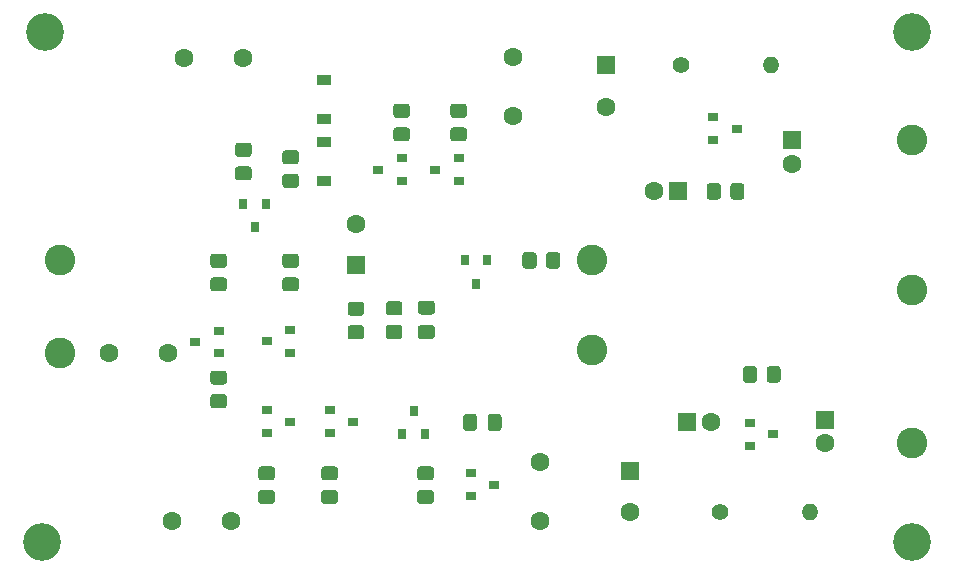
<source format=gbr>
G04 #@! TF.GenerationSoftware,KiCad,Pcbnew,(5.1.7-0-10_14)*
G04 #@! TF.CreationDate,2020-10-25T16:19:11+01:00*
G04 #@! TF.ProjectId,pre-amp-discret,7072652d-616d-4702-9d64-697363726574,rev?*
G04 #@! TF.SameCoordinates,Original*
G04 #@! TF.FileFunction,Soldermask,Top*
G04 #@! TF.FilePolarity,Negative*
%FSLAX46Y46*%
G04 Gerber Fmt 4.6, Leading zero omitted, Abs format (unit mm)*
G04 Created by KiCad (PCBNEW (5.1.7-0-10_14)) date 2020-10-25 16:19:11*
%MOMM*%
%LPD*%
G01*
G04 APERTURE LIST*
%ADD10R,0.800000X0.900000*%
%ADD11C,1.600000*%
%ADD12R,0.900000X0.800000*%
%ADD13O,1.400000X1.400000*%
%ADD14C,1.400000*%
%ADD15C,2.600000*%
%ADD16C,3.200000*%
%ADD17R,1.200000X0.900000*%
%ADD18R,1.600000X1.600000*%
G04 APERTURE END LIST*
D10*
X162748000Y-121634000D03*
X161798000Y-119634000D03*
X163698000Y-119634000D03*
D11*
X136986000Y-141732000D03*
X141986000Y-141732000D03*
X143002000Y-102489000D03*
X138002000Y-102489000D03*
X168148000Y-136732000D03*
X168148000Y-141732000D03*
X165862000Y-102442000D03*
X165862000Y-107442000D03*
G36*
G01*
X142615499Y-111668000D02*
X143515501Y-111668000D01*
G75*
G02*
X143765500Y-111917999I0J-249999D01*
G01*
X143765500Y-112618001D01*
G75*
G02*
X143515501Y-112868000I-249999J0D01*
G01*
X142615499Y-112868000D01*
G75*
G02*
X142365500Y-112618001I0J249999D01*
G01*
X142365500Y-111917999D01*
G75*
G02*
X142615499Y-111668000I249999J0D01*
G01*
G37*
G36*
G01*
X142615499Y-109668000D02*
X143515501Y-109668000D01*
G75*
G02*
X143765500Y-109917999I0J-249999D01*
G01*
X143765500Y-110618001D01*
G75*
G02*
X143515501Y-110868000I-249999J0D01*
G01*
X142615499Y-110868000D01*
G75*
G02*
X142365500Y-110618001I0J249999D01*
G01*
X142365500Y-109917999D01*
G75*
G02*
X142615499Y-109668000I249999J0D01*
G01*
G37*
G36*
G01*
X162850500Y-132875000D02*
X162850500Y-133825000D01*
G75*
G02*
X162600500Y-134075000I-250000J0D01*
G01*
X161925500Y-134075000D01*
G75*
G02*
X161675500Y-133825000I0J250000D01*
G01*
X161675500Y-132875000D01*
G75*
G02*
X161925500Y-132625000I250000J0D01*
G01*
X162600500Y-132625000D01*
G75*
G02*
X162850500Y-132875000I0J-250000D01*
G01*
G37*
G36*
G01*
X164925500Y-132875000D02*
X164925500Y-133825000D01*
G75*
G02*
X164675500Y-134075000I-250000J0D01*
G01*
X164000500Y-134075000D01*
G75*
G02*
X163750500Y-133825000I0J250000D01*
G01*
X163750500Y-132875000D01*
G75*
G02*
X164000500Y-132625000I250000J0D01*
G01*
X164675500Y-132625000D01*
G75*
G02*
X164925500Y-132875000I0J-250000D01*
G01*
G37*
G36*
G01*
X158084500Y-125122000D02*
X159034500Y-125122000D01*
G75*
G02*
X159284500Y-125372000I0J-250000D01*
G01*
X159284500Y-126047000D01*
G75*
G02*
X159034500Y-126297000I-250000J0D01*
G01*
X158084500Y-126297000D01*
G75*
G02*
X157834500Y-126047000I0J250000D01*
G01*
X157834500Y-125372000D01*
G75*
G02*
X158084500Y-125122000I250000J0D01*
G01*
G37*
G36*
G01*
X158084500Y-123047000D02*
X159034500Y-123047000D01*
G75*
G02*
X159284500Y-123297000I0J-250000D01*
G01*
X159284500Y-123972000D01*
G75*
G02*
X159034500Y-124222000I-250000J0D01*
G01*
X158084500Y-124222000D01*
G75*
G02*
X157834500Y-123972000I0J250000D01*
G01*
X157834500Y-123297000D01*
G75*
G02*
X158084500Y-123047000I250000J0D01*
G01*
G37*
D12*
X156464000Y-112898000D03*
X156464000Y-110998000D03*
X154464000Y-111948000D03*
G36*
G01*
X140519999Y-130956000D02*
X141420001Y-130956000D01*
G75*
G02*
X141670000Y-131205999I0J-249999D01*
G01*
X141670000Y-131906001D01*
G75*
G02*
X141420001Y-132156000I-249999J0D01*
G01*
X140519999Y-132156000D01*
G75*
G02*
X140270000Y-131906001I0J249999D01*
G01*
X140270000Y-131205999D01*
G75*
G02*
X140519999Y-130956000I249999J0D01*
G01*
G37*
G36*
G01*
X140519999Y-128956000D02*
X141420001Y-128956000D01*
G75*
G02*
X141670000Y-129205999I0J-249999D01*
G01*
X141670000Y-129906001D01*
G75*
G02*
X141420001Y-130156000I-249999J0D01*
G01*
X140519999Y-130156000D01*
G75*
G02*
X140270000Y-129906001I0J249999D01*
G01*
X140270000Y-129205999D01*
G75*
G02*
X140519999Y-128956000I249999J0D01*
G01*
G37*
D13*
X191008000Y-140970000D03*
D14*
X183388000Y-140970000D03*
G36*
G01*
X187360000Y-129736001D02*
X187360000Y-128835999D01*
G75*
G02*
X187609999Y-128586000I249999J0D01*
G01*
X188310001Y-128586000D01*
G75*
G02*
X188560000Y-128835999I0J-249999D01*
G01*
X188560000Y-129736001D01*
G75*
G02*
X188310001Y-129986000I-249999J0D01*
G01*
X187609999Y-129986000D01*
G75*
G02*
X187360000Y-129736001I0J249999D01*
G01*
G37*
G36*
G01*
X185360000Y-129736001D02*
X185360000Y-128835999D01*
G75*
G02*
X185609999Y-128586000I249999J0D01*
G01*
X186310001Y-128586000D01*
G75*
G02*
X186560000Y-128835999I0J-249999D01*
G01*
X186560000Y-129736001D01*
G75*
G02*
X186310001Y-129986000I-249999J0D01*
G01*
X185609999Y-129986000D01*
G75*
G02*
X185360000Y-129736001I0J249999D01*
G01*
G37*
D13*
X187706000Y-103124000D03*
D14*
X180086000Y-103124000D03*
G36*
G01*
X184296000Y-114242001D02*
X184296000Y-113341999D01*
G75*
G02*
X184545999Y-113092000I249999J0D01*
G01*
X185246001Y-113092000D01*
G75*
G02*
X185496000Y-113341999I0J-249999D01*
G01*
X185496000Y-114242001D01*
G75*
G02*
X185246001Y-114492000I-249999J0D01*
G01*
X184545999Y-114492000D01*
G75*
G02*
X184296000Y-114242001I0J249999D01*
G01*
G37*
G36*
G01*
X182296000Y-114242001D02*
X182296000Y-113341999D01*
G75*
G02*
X182545999Y-113092000I249999J0D01*
G01*
X183246001Y-113092000D01*
G75*
G02*
X183496000Y-113341999I0J-249999D01*
G01*
X183496000Y-114242001D01*
G75*
G02*
X183246001Y-114492000I-249999J0D01*
G01*
X182545999Y-114492000D01*
G75*
G02*
X182296000Y-114242001I0J249999D01*
G01*
G37*
G36*
G01*
X167891000Y-119183999D02*
X167891000Y-120084001D01*
G75*
G02*
X167641001Y-120334000I-249999J0D01*
G01*
X166940999Y-120334000D01*
G75*
G02*
X166691000Y-120084001I0J249999D01*
G01*
X166691000Y-119183999D01*
G75*
G02*
X166940999Y-118934000I249999J0D01*
G01*
X167641001Y-118934000D01*
G75*
G02*
X167891000Y-119183999I0J-249999D01*
G01*
G37*
G36*
G01*
X169891000Y-119183999D02*
X169891000Y-120084001D01*
G75*
G02*
X169641001Y-120334000I-249999J0D01*
G01*
X168940999Y-120334000D01*
G75*
G02*
X168691000Y-120084001I0J249999D01*
G01*
X168691000Y-119183999D01*
G75*
G02*
X168940999Y-118934000I249999J0D01*
G01*
X169641001Y-118934000D01*
G75*
G02*
X169891000Y-119183999I0J-249999D01*
G01*
G37*
G36*
G01*
X156013999Y-108366000D02*
X156914001Y-108366000D01*
G75*
G02*
X157164000Y-108615999I0J-249999D01*
G01*
X157164000Y-109316001D01*
G75*
G02*
X156914001Y-109566000I-249999J0D01*
G01*
X156013999Y-109566000D01*
G75*
G02*
X155764000Y-109316001I0J249999D01*
G01*
X155764000Y-108615999D01*
G75*
G02*
X156013999Y-108366000I249999J0D01*
G01*
G37*
G36*
G01*
X156013999Y-106366000D02*
X156914001Y-106366000D01*
G75*
G02*
X157164000Y-106615999I0J-249999D01*
G01*
X157164000Y-107316001D01*
G75*
G02*
X156914001Y-107566000I-249999J0D01*
G01*
X156013999Y-107566000D01*
G75*
G02*
X155764000Y-107316001I0J249999D01*
G01*
X155764000Y-106615999D01*
G75*
G02*
X156013999Y-106366000I249999J0D01*
G01*
G37*
G36*
G01*
X160839999Y-108366000D02*
X161740001Y-108366000D01*
G75*
G02*
X161990000Y-108615999I0J-249999D01*
G01*
X161990000Y-109316001D01*
G75*
G02*
X161740001Y-109566000I-249999J0D01*
G01*
X160839999Y-109566000D01*
G75*
G02*
X160590000Y-109316001I0J249999D01*
G01*
X160590000Y-108615999D01*
G75*
G02*
X160839999Y-108366000I249999J0D01*
G01*
G37*
G36*
G01*
X160839999Y-106366000D02*
X161740001Y-106366000D01*
G75*
G02*
X161990000Y-106615999I0J-249999D01*
G01*
X161990000Y-107316001D01*
G75*
G02*
X161740001Y-107566000I-249999J0D01*
G01*
X160839999Y-107566000D01*
G75*
G02*
X160590000Y-107316001I0J249999D01*
G01*
X160590000Y-106615999D01*
G75*
G02*
X160839999Y-106366000I249999J0D01*
G01*
G37*
G36*
G01*
X158045999Y-139068000D02*
X158946001Y-139068000D01*
G75*
G02*
X159196000Y-139317999I0J-249999D01*
G01*
X159196000Y-140018001D01*
G75*
G02*
X158946001Y-140268000I-249999J0D01*
G01*
X158045999Y-140268000D01*
G75*
G02*
X157796000Y-140018001I0J249999D01*
G01*
X157796000Y-139317999D01*
G75*
G02*
X158045999Y-139068000I249999J0D01*
G01*
G37*
G36*
G01*
X158045999Y-137068000D02*
X158946001Y-137068000D01*
G75*
G02*
X159196000Y-137317999I0J-249999D01*
G01*
X159196000Y-138018001D01*
G75*
G02*
X158946001Y-138268000I-249999J0D01*
G01*
X158045999Y-138268000D01*
G75*
G02*
X157796000Y-138018001I0J249999D01*
G01*
X157796000Y-137317999D01*
G75*
G02*
X158045999Y-137068000I249999J0D01*
G01*
G37*
G36*
G01*
X155378999Y-125098000D02*
X156279001Y-125098000D01*
G75*
G02*
X156529000Y-125347999I0J-249999D01*
G01*
X156529000Y-126048001D01*
G75*
G02*
X156279001Y-126298000I-249999J0D01*
G01*
X155378999Y-126298000D01*
G75*
G02*
X155129000Y-126048001I0J249999D01*
G01*
X155129000Y-125347999D01*
G75*
G02*
X155378999Y-125098000I249999J0D01*
G01*
G37*
G36*
G01*
X155378999Y-123098000D02*
X156279001Y-123098000D01*
G75*
G02*
X156529000Y-123347999I0J-249999D01*
G01*
X156529000Y-124048001D01*
G75*
G02*
X156279001Y-124298000I-249999J0D01*
G01*
X155378999Y-124298000D01*
G75*
G02*
X155129000Y-124048001I0J249999D01*
G01*
X155129000Y-123347999D01*
G75*
G02*
X155378999Y-123098000I249999J0D01*
G01*
G37*
G36*
G01*
X153040501Y-124330000D02*
X152140499Y-124330000D01*
G75*
G02*
X151890500Y-124080001I0J249999D01*
G01*
X151890500Y-123379999D01*
G75*
G02*
X152140499Y-123130000I249999J0D01*
G01*
X153040501Y-123130000D01*
G75*
G02*
X153290500Y-123379999I0J-249999D01*
G01*
X153290500Y-124080001D01*
G75*
G02*
X153040501Y-124330000I-249999J0D01*
G01*
G37*
G36*
G01*
X153040501Y-126330000D02*
X152140499Y-126330000D01*
G75*
G02*
X151890500Y-126080001I0J249999D01*
G01*
X151890500Y-125379999D01*
G75*
G02*
X152140499Y-125130000I249999J0D01*
G01*
X153040501Y-125130000D01*
G75*
G02*
X153290500Y-125379999I0J-249999D01*
G01*
X153290500Y-126080001D01*
G75*
G02*
X153040501Y-126330000I-249999J0D01*
G01*
G37*
G36*
G01*
X147516001Y-111503000D02*
X146615999Y-111503000D01*
G75*
G02*
X146366000Y-111253001I0J249999D01*
G01*
X146366000Y-110552999D01*
G75*
G02*
X146615999Y-110303000I249999J0D01*
G01*
X147516001Y-110303000D01*
G75*
G02*
X147766000Y-110552999I0J-249999D01*
G01*
X147766000Y-111253001D01*
G75*
G02*
X147516001Y-111503000I-249999J0D01*
G01*
G37*
G36*
G01*
X147516001Y-113503000D02*
X146615999Y-113503000D01*
G75*
G02*
X146366000Y-113253001I0J249999D01*
G01*
X146366000Y-112552999D01*
G75*
G02*
X146615999Y-112303000I249999J0D01*
G01*
X147516001Y-112303000D01*
G75*
G02*
X147766000Y-112552999I0J-249999D01*
G01*
X147766000Y-113253001D01*
G75*
G02*
X147516001Y-113503000I-249999J0D01*
G01*
G37*
G36*
G01*
X149917999Y-139068000D02*
X150818001Y-139068000D01*
G75*
G02*
X151068000Y-139317999I0J-249999D01*
G01*
X151068000Y-140018001D01*
G75*
G02*
X150818001Y-140268000I-249999J0D01*
G01*
X149917999Y-140268000D01*
G75*
G02*
X149668000Y-140018001I0J249999D01*
G01*
X149668000Y-139317999D01*
G75*
G02*
X149917999Y-139068000I249999J0D01*
G01*
G37*
G36*
G01*
X149917999Y-137068000D02*
X150818001Y-137068000D01*
G75*
G02*
X151068000Y-137317999I0J-249999D01*
G01*
X151068000Y-138018001D01*
G75*
G02*
X150818001Y-138268000I-249999J0D01*
G01*
X149917999Y-138268000D01*
G75*
G02*
X149668000Y-138018001I0J249999D01*
G01*
X149668000Y-137317999D01*
G75*
G02*
X149917999Y-137068000I249999J0D01*
G01*
G37*
G36*
G01*
X146615999Y-121066000D02*
X147516001Y-121066000D01*
G75*
G02*
X147766000Y-121315999I0J-249999D01*
G01*
X147766000Y-122016001D01*
G75*
G02*
X147516001Y-122266000I-249999J0D01*
G01*
X146615999Y-122266000D01*
G75*
G02*
X146366000Y-122016001I0J249999D01*
G01*
X146366000Y-121315999D01*
G75*
G02*
X146615999Y-121066000I249999J0D01*
G01*
G37*
G36*
G01*
X146615999Y-119066000D02*
X147516001Y-119066000D01*
G75*
G02*
X147766000Y-119315999I0J-249999D01*
G01*
X147766000Y-120016001D01*
G75*
G02*
X147516001Y-120266000I-249999J0D01*
G01*
X146615999Y-120266000D01*
G75*
G02*
X146366000Y-120016001I0J249999D01*
G01*
X146366000Y-119315999D01*
G75*
G02*
X146615999Y-119066000I249999J0D01*
G01*
G37*
G36*
G01*
X144583999Y-139068000D02*
X145484001Y-139068000D01*
G75*
G02*
X145734000Y-139317999I0J-249999D01*
G01*
X145734000Y-140018001D01*
G75*
G02*
X145484001Y-140268000I-249999J0D01*
G01*
X144583999Y-140268000D01*
G75*
G02*
X144334000Y-140018001I0J249999D01*
G01*
X144334000Y-139317999D01*
G75*
G02*
X144583999Y-139068000I249999J0D01*
G01*
G37*
G36*
G01*
X144583999Y-137068000D02*
X145484001Y-137068000D01*
G75*
G02*
X145734000Y-137317999I0J-249999D01*
G01*
X145734000Y-138018001D01*
G75*
G02*
X145484001Y-138268000I-249999J0D01*
G01*
X144583999Y-138268000D01*
G75*
G02*
X144334000Y-138018001I0J249999D01*
G01*
X144334000Y-137317999D01*
G75*
G02*
X144583999Y-137068000I249999J0D01*
G01*
G37*
G36*
G01*
X140519999Y-121066000D02*
X141420001Y-121066000D01*
G75*
G02*
X141670000Y-121315999I0J-249999D01*
G01*
X141670000Y-122016001D01*
G75*
G02*
X141420001Y-122266000I-249999J0D01*
G01*
X140519999Y-122266000D01*
G75*
G02*
X140270000Y-122016001I0J249999D01*
G01*
X140270000Y-121315999D01*
G75*
G02*
X140519999Y-121066000I249999J0D01*
G01*
G37*
G36*
G01*
X140519999Y-119066000D02*
X141420001Y-119066000D01*
G75*
G02*
X141670000Y-119315999I0J-249999D01*
G01*
X141670000Y-120016001D01*
G75*
G02*
X141420001Y-120266000I-249999J0D01*
G01*
X140519999Y-120266000D01*
G75*
G02*
X140270000Y-120016001I0J249999D01*
G01*
X140270000Y-119315999D01*
G75*
G02*
X140519999Y-119066000I249999J0D01*
G01*
G37*
D12*
X187944000Y-134366000D03*
X185944000Y-135316000D03*
X185944000Y-133416000D03*
X184830000Y-108474000D03*
X182830000Y-109424000D03*
X182830000Y-107524000D03*
X164306000Y-138618000D03*
X162306000Y-139568000D03*
X162306000Y-137668000D03*
X159290000Y-111948000D03*
X161290000Y-110998000D03*
X161290000Y-112898000D03*
D10*
X157480000Y-132350000D03*
X158430000Y-134350000D03*
X156530000Y-134350000D03*
D12*
X145050000Y-126492000D03*
X147050000Y-125542000D03*
X147050000Y-127442000D03*
X152368000Y-133284000D03*
X150368000Y-134234000D03*
X150368000Y-132334000D03*
D10*
X144018000Y-116840000D03*
X143068000Y-114840000D03*
X144968000Y-114840000D03*
D12*
X147034000Y-133284000D03*
X145034000Y-134234000D03*
X145034000Y-132334000D03*
X138970000Y-126558000D03*
X140970000Y-125608000D03*
X140970000Y-127508000D03*
D15*
X172593000Y-127254000D03*
X172593000Y-119634000D03*
X199644000Y-122174000D03*
X127508000Y-127508000D03*
X199644000Y-135128000D03*
X127508000Y-119634000D03*
X199644000Y-109474000D03*
D16*
X126238000Y-100330000D03*
X125984000Y-143510000D03*
X199644000Y-143510000D03*
X199644000Y-100330000D03*
D17*
X149860000Y-109603000D03*
X149860000Y-112903000D03*
X149860000Y-104396000D03*
X149860000Y-107696000D03*
D11*
X182626000Y-133350000D03*
D18*
X180626000Y-133350000D03*
D11*
X192278000Y-135128000D03*
D18*
X192278000Y-133128000D03*
D11*
X177832000Y-113792000D03*
D18*
X179832000Y-113792000D03*
D11*
X189484000Y-111474000D03*
D18*
X189484000Y-109474000D03*
D11*
X152590500Y-116522500D03*
D18*
X152590500Y-120022500D03*
D11*
X175768000Y-140970000D03*
D18*
X175768000Y-137470000D03*
D11*
X131652000Y-127508000D03*
X136652000Y-127508000D03*
X173736000Y-106624000D03*
D18*
X173736000Y-103124000D03*
M02*

</source>
